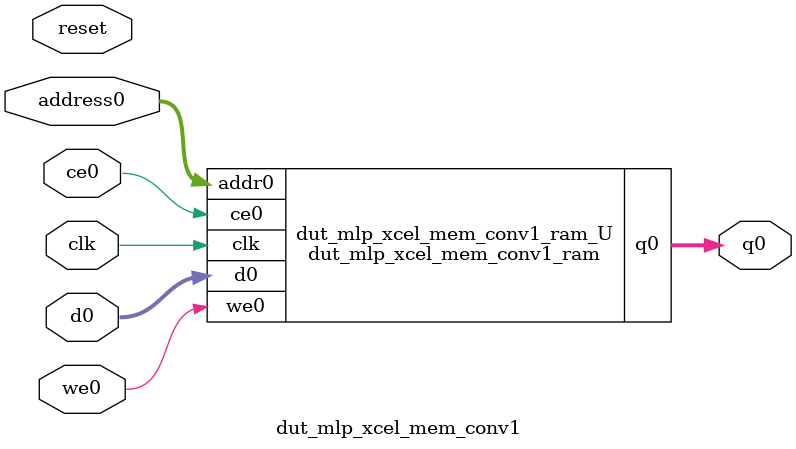
<source format=v>

`timescale 1 ns / 1 ps
module dut_mlp_xcel_mem_conv1_ram (addr0, ce0, d0, we0, q0,  clk);

parameter DWIDTH = 32;
parameter AWIDTH = 13;
parameter MEM_SIZE = 4704;

input[AWIDTH-1:0] addr0;
input ce0;
input[DWIDTH-1:0] d0;
input we0;
output reg[DWIDTH-1:0] q0;
input clk;

(* ram_style = "block" *)reg [DWIDTH-1:0] ram[MEM_SIZE-1:0];




always @(posedge clk)  
begin 
    if (ce0) 
    begin
        if (we0) 
        begin 
            ram[addr0] <= d0; 
            q0 <= d0;
        end 
        else 
            q0 <= ram[addr0];
    end
end


endmodule


`timescale 1 ns / 1 ps
module dut_mlp_xcel_mem_conv1(
    reset,
    clk,
    address0,
    ce0,
    we0,
    d0,
    q0);

parameter DataWidth = 32'd32;
parameter AddressRange = 32'd4704;
parameter AddressWidth = 32'd13;
input reset;
input clk;
input[AddressWidth - 1:0] address0;
input ce0;
input we0;
input[DataWidth - 1:0] d0;
output[DataWidth - 1:0] q0;



dut_mlp_xcel_mem_conv1_ram dut_mlp_xcel_mem_conv1_ram_U(
    .clk( clk ),
    .addr0( address0 ),
    .ce0( ce0 ),
    .d0( d0 ),
    .we0( we0 ),
    .q0( q0 ));

endmodule


</source>
